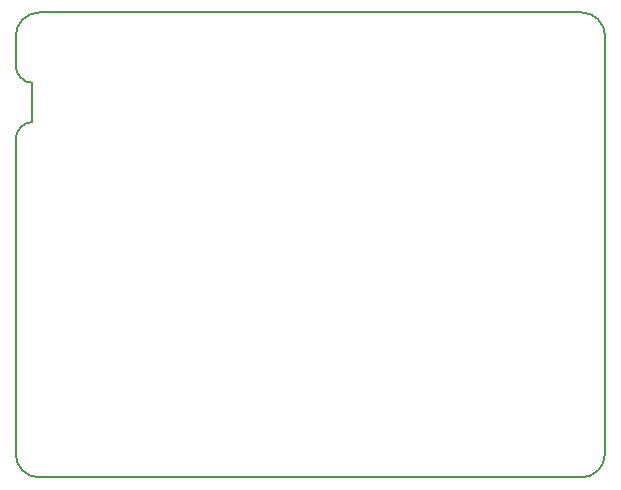
<source format=gm1>
G04 #@! TF.GenerationSoftware,KiCad,Pcbnew,(2018-02-15 revision 29b28de31)-makepkg*
G04 #@! TF.CreationDate,2019-09-05T06:32:13+03:00*
G04 #@! TF.ProjectId,ATM90E26_Featherwing,41544D39304532365F46656174686572,rev?*
G04 #@! TF.SameCoordinates,Original*
G04 #@! TF.FileFunction,Profile,NP*
%FSLAX46Y46*%
G04 Gerber Fmt 4.6, Leading zero omitted, Abs format (unit mm)*
G04 Created by KiCad (PCBNEW (2018-02-15 revision 29b28de31)-makepkg) date 09/05/19 06:32:13*
%MOMM*%
%LPD*%
G01*
G04 APERTURE LIST*
%ADD10C,0.150000*%
G04 APERTURE END LIST*
D10*
X123551524Y-122688600D02*
X123551524Y-96113600D01*
X123551524Y-89763600D02*
X123551524Y-87318600D01*
X125551524Y-85318600D02*
G75*
G03X123551524Y-87318600I0J-2000000D01*
G01*
X125551524Y-85318600D02*
X171451524Y-85318600D01*
X173451524Y-87318600D02*
G75*
G03X171451524Y-85318600I-2000000J0D01*
G01*
X173451524Y-87318600D02*
X173451524Y-122688600D01*
X171451524Y-124688600D02*
G75*
G03X173451524Y-122688600I0J2000000D01*
G01*
X171451524Y-124688600D02*
X125551524Y-124688600D01*
X123551524Y-122688600D02*
G75*
G03X125551524Y-124688600I2000000J0D01*
G01*
X124975524Y-94589600D02*
G75*
G03X123551524Y-96113600I50000J-1474000D01*
G01*
X124975524Y-94589600D02*
X124975524Y-91287600D01*
X123551524Y-89763600D02*
G75*
G03X124975524Y-91287600I1474000J-50000D01*
G01*
M02*

</source>
